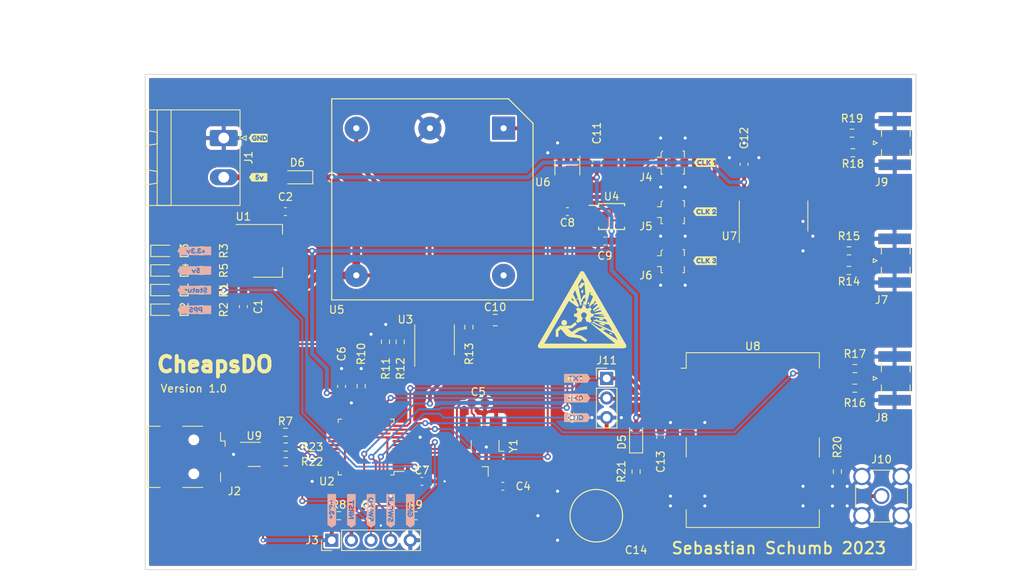
<source format=kicad_pcb>
(kicad_pcb (version 20221018) (generator pcbnew)

  (general
    (thickness 1.6)
  )

  (paper "A4")
  (layers
    (0 "F.Cu" signal)
    (31 "B.Cu" signal)
    (32 "B.Adhes" user "B.Adhesive")
    (33 "F.Adhes" user "F.Adhesive")
    (34 "B.Paste" user)
    (35 "F.Paste" user)
    (36 "B.SilkS" user "B.Silkscreen")
    (37 "F.SilkS" user "F.Silkscreen")
    (38 "B.Mask" user)
    (39 "F.Mask" user)
    (40 "Dwgs.User" user "User.Drawings")
    (41 "Cmts.User" user "User.Comments")
    (42 "Eco1.User" user "User.Eco1")
    (43 "Eco2.User" user "User.Eco2")
    (44 "Edge.Cuts" user)
    (45 "Margin" user)
    (46 "B.CrtYd" user "B.Courtyard")
    (47 "F.CrtYd" user "F.Courtyard")
    (48 "B.Fab" user)
    (49 "F.Fab" user)
    (50 "User.1" user)
    (51 "User.2" user)
    (52 "User.3" user)
    (53 "User.4" user)
    (54 "User.5" user)
    (55 "User.6" user)
    (56 "User.7" user)
    (57 "User.8" user)
    (58 "User.9" user)
  )

  (setup
    (pad_to_mask_clearance 0)
    (pcbplotparams
      (layerselection 0x00010fc_ffffffff)
      (plot_on_all_layers_selection 0x0000000_00000000)
      (disableapertmacros false)
      (usegerberextensions false)
      (usegerberattributes true)
      (usegerberadvancedattributes true)
      (creategerberjobfile true)
      (dashed_line_dash_ratio 12.000000)
      (dashed_line_gap_ratio 3.000000)
      (svgprecision 4)
      (plotframeref false)
      (viasonmask false)
      (mode 1)
      (useauxorigin false)
      (hpglpennumber 1)
      (hpglpenspeed 20)
      (hpglpendiameter 15.000000)
      (dxfpolygonmode true)
      (dxfimperialunits true)
      (dxfusepcbnewfont true)
      (psnegative false)
      (psa4output false)
      (plotreference true)
      (plotvalue true)
      (plotinvisibletext false)
      (sketchpadsonfab false)
      (subtractmaskfromsilk false)
      (outputformat 1)
      (mirror false)
      (drillshape 1)
      (scaleselection 1)
      (outputdirectory "")
    )
  )

  (net 0 "")
  (net 1 "+5V")
  (net 2 "GND")
  (net 3 "+3.3V")
  (net 4 "NRST")
  (net 5 "Net-(U2-PD0)")
  (net 6 "Net-(U2-PD1)")
  (net 7 "Net-(U3B-+)")
  (net 8 "Net-(U4-XA)")
  (net 9 "Net-(U8-V_BCKP)")
  (net 10 "Net-(D1-A)")
  (net 11 "unconnected-(J2-VBUS-Pad1)")
  (net 12 "Net-(J2-D-)")
  (net 13 "Net-(J2-D+)")
  (net 14 "unconnected-(J2-ID-Pad4)")
  (net 15 "SWDIO")
  (net 16 "SWCLK")
  (net 17 "Net-(J4-In)")
  (net 18 "Net-(J5-In)")
  (net 19 "Net-(J6-In)")
  (net 20 "Net-(J7-In)")
  (net 21 "Net-(J8-In)")
  (net 22 "Net-(J9-In)")
  (net 23 "Net-(J10-In)")
  (net 24 "GPS-TXD")
  (net 25 "GPS-RXD")
  (net 26 "USB-D+")
  (net 27 "USB-D-")
  (net 28 "/BOOT1")
  (net 29 "STATUS_LED")
  (net 30 "/BOOT0")
  (net 31 "Net-(U3A--)")
  (net 32 "Net-(R14-Pad2)")
  (net 33 "Net-(R15-Pad2)")
  (net 34 "Net-(R16-Pad2)")
  (net 35 "Net-(U8-V_ANT)")
  (net 36 "Net-(U8-VCC_RF)")
  (net 37 "unconnected-(U2-VBAT-Pad1)")
  (net 38 "unconnected-(U2-PC14-Pad3)")
  (net 39 "unconnected-(U2-PC15-Pad4)")
  (net 40 "10MHz")
  (net 41 "PPS")
  (net 42 "unconnected-(U2-PA4-Pad14)")
  (net 43 "unconnected-(U2-PA5-Pad15)")
  (net 44 "unconnected-(U2-PA7-Pad17)")
  (net 45 "unconnected-(U2-PB0-Pad18)")
  (net 46 "unconnected-(U2-PB1-Pad19)")
  (net 47 "unconnected-(U2-PB10-Pad21)")
  (net 48 "unconnected-(U2-PB11-Pad22)")
  (net 49 "unconnected-(U2-PB12-Pad25)")
  (net 50 "unconnected-(U2-PB13-Pad26)")
  (net 51 "unconnected-(U2-PB14-Pad27)")
  (net 52 "unconnected-(U2-PB15-Pad28)")
  (net 53 "unconnected-(U2-PA8-Pad29)")
  (net 54 "unconnected-(U2-PA9-Pad30)")
  (net 55 "unconnected-(U2-PA10-Pad31)")
  (net 56 "unconnected-(U2-PA15-Pad38)")
  (net 57 "unconnected-(U2-PB3-Pad39)")
  (net 58 "unconnected-(U2-PB4-Pad40)")
  (net 59 "unconnected-(U2-PB5-Pad41)")
  (net 60 "Net-(D3-A)")
  (net 61 "unconnected-(U2-PB7-Pad43)")
  (net 62 "FEC-PWM")
  (net 63 "Net-(U3B--)")
  (net 64 "unconnected-(U4-XB-Pad3)")
  (net 65 "SCL")
  (net 66 "SDA")
  (net 67 "Net-(U5-Out)")
  (net 68 "unconnected-(U5-VRef-Pad4)")
  (net 69 "unconnected-(U8-SDA2-Pad1)")
  (net 70 "unconnected-(U8-SCL2-Pad2)")
  (net 71 "unconnected-(U8-NC-Pad5)")
  (net 72 "unconnected-(U8-VCC_OUT-Pad8)")
  (net 73 "unconnected-(U8-NC-Pad9)")
  (net 74 "unconnected-(U8-RESET-Pad10)")
  (net 75 "unconnected-(U8-Reserved-Pad12)")
  (net 76 "unconnected-(U8-AADET_N-Pad20)")
  (net 77 "unconnected-(U8-Reserved-Pad21)")
  (net 78 "unconnected-(U8-Reserved-Pad22)")
  (net 79 "unconnected-(U8-Reserved-Pad23)")
  (net 80 "unconnected-(U8-VDDUSB-Pad24)")
  (net 81 "unconnected-(U8-USB_DM-Pad25)")
  (net 82 "unconnected-(U8-USB_DP-Pad26)")
  (net 83 "unconnected-(U8-EXTINT0-Pad27)")
  (net 84 "unconnected-(U6-NC-Pad1)")
  (net 85 "Net-(D4-A)")
  (net 86 "Net-(D2-A)")
  (net 87 "Net-(D5-K)")
  (net 88 "Net-(R12-Pad1)")
  (net 89 "Net-(R17-Pad2)")
  (net 90 "Net-(R18-Pad2)")
  (net 91 "Net-(R19-Pad2)")
  (net 92 "Net-(R22-Pad1)")
  (net 93 "Net-(R23-Pad2)")
  (net 94 "Net-(D6-A)")

  (footprint "Capacitor_SMD:C_0603_1608Metric_Pad1.08x0.95mm_HandSolder" (layer "F.Cu") (at 173.2575 129.54))

  (footprint "Resistor_SMD:R_0603_1608Metric_Pad0.98x0.95mm_HandSolder" (layer "F.Cu") (at 158.075 110.8475 90))

  (footprint "Connector_Coaxial:SMA_Amphenol_901-144_Vertical" (layer "F.Cu") (at 222.25 130.81))

  (footprint "Capacitor_SMD:C_0603_1608Metric_Pad1.08x0.95mm_HandSolder" (layer "F.Cu") (at 139.7 106.2725 -90))

  (footprint "Resistor_SMD:R_0603_1608Metric_Pad0.98x0.95mm_HandSolder" (layer "F.Cu") (at 145.1375 122.555))

  (footprint "Package_TO_SOT_SMD:SOT-23-5_HandSoldering" (layer "F.Cu") (at 181.61 88.345 -90))

  (footprint "Resistor_SMD:R_0603_1608Metric_Pad0.98x0.95mm_HandSolder" (layer "F.Cu") (at 218.5435 86.36 180))

  (footprint "kibuzzard-657B4005" (layer "F.Cu") (at 199.39 93.98))

  (footprint "Capacitor_SMD:C_0603_1608Metric_Pad1.08x0.95mm_HandSolder" (layer "F.Cu") (at 155.9295 133.35))

  (footprint "Capacitor_SMD:C_0603_1608Metric_Pad1.08x0.95mm_HandSolder" (layer "F.Cu") (at 185.42 87.4025 -90))

  (footprint "Connector_Coaxial:U.FL_Molex_MCRF_73412-0110_Vertical" (layer "F.Cu") (at 195.24 87.63 -90))

  (footprint "Connector_USB:USB_Mini-B_Wuerth_65100516121_Horizontal" (layer "F.Cu") (at 133.29 125.73 -90))

  (footprint "Resistor_SMD:R_0603_1608Metric_Pad0.98x0.95mm_HandSolder" (layer "F.Cu") (at 152.0425 133.35))

  (footprint "kibuzzard-657B3F8B" (layer "F.Cu") (at 141.605 84.455))

  (footprint "LED_SMD:LED_0603_1608Metric_Pad1.05x0.95mm_HandSolder" (layer "F.Cu") (at 129.3745 104.14))

  (footprint "Resistor_SMD:R_0603_1608Metric_Pad0.98x0.95mm_HandSolder" (layer "F.Cu") (at 159.98 110.8475 -90))

  (footprint "Resistor_SMD:R_0603_1608Metric_Pad0.98x0.95mm_HandSolder" (layer "F.Cu") (at 218.0355 101.6 180))

  (footprint "Connector_Coaxial:SMA_Samtec_SMA-J-P-X-ST-EM1_EdgeMount" (layer "F.Cu") (at 223.9375 100.33 90))

  (footprint "Resistor_SMD:R_0603_1608Metric_Pad0.98x0.95mm_HandSolder" (layer "F.Cu") (at 161.925 133.35))

  (footprint "Capacitor_SMD:C_0603_1608Metric_Pad1.08x0.95mm_HandSolder" (layer "F.Cu") (at 145.1375 93.98 180))

  (footprint "Resistor_SMD:R_0603_1608Metric_Pad0.98x0.95mm_HandSolder" (layer "F.Cu") (at 134.2625 99.06 180))

  (footprint "kibuzzard-657E12EE" (layer "F.Cu") (at 182.88 118.11))

  (footprint "Capacitor_SMD:C_0603_1608Metric_Pad1.08x0.95mm_HandSolder" (layer "F.Cu") (at 204.47 87.8575 90))

  (footprint "Resistor_SMD:R_0603_1608Metric_Pad0.98x0.95mm_HandSolder" (layer "F.Cu") (at 218.7975 116.84 180))

  (footprint "Connector_Phoenix_MSTB:PhoenixContact_MSTBA_2,5_2-G-5,08_1x02_P5.08mm_Horizontal" (layer "F.Cu") (at 137.16 84.455 -90))

  (footprint "Diode_SMD:D_SOD-323_HandSoldering" (layer "F.Cu") (at 146.665 89.535 180))

  (footprint "Connector_PinHeader_2.54mm:PinHeader_1x03_P2.54mm_Vertical" (layer "F.Cu") (at 186.69 115.57))

  (footprint "Resistor_SMD:R_0603_1608Metric_Pad0.98x0.95mm_HandSolder" (layer "F.Cu") (at 134.2625 106.68 180))

  (footprint "Package_TO_SOT_SMD:SOT-23-6" (layer "F.Cu") (at 141.1025 125.41))

  (footprint "Resistor_SMD:R_0603_1608Metric_Pad0.98x0.95mm_HandSolder" (layer "F.Cu") (at 218.44 83.82 180))

  (footprint "Connector_PinHeader_2.54mm:PinHeader_1x05_P2.54mm_Vertical" (layer "F.Cu") (at 151.13 136.525 90))

  (footprint "Crystal:Crystal_SMD_EuroQuartz_MJ-4Pin_5.0x3.2mm_HandSoldering" (layer "F.Cu") (at 170.97 124.305 90))

  (footprint "Diode_SMD:D_SOD-323_HandSoldering" (layer "F.Cu") (at 190.5 123.21 90))

  (footprint "DMS3R3224RF:DMS3R3224RF" (layer "F.Cu") (at 185.35 133.35 -90))

  (footprint "Capacitor_SMD:C_0603_1608Metric_Pad1.08x0.95mm_HandSolder" (layer "F.Cu") (at 181.61 93.98 180))

  (footprint "Capacitor_SMD:C_0603_1608Metric_Pad1.08x0.95mm_HandSolder" (layer "F.Cu") (at 193.675 123.19 -90))

  (footprint "Resistor_SMD:R_0603_1608Metric_Pad0.98x0.95mm_HandSolder" (layer "F.Cu") (at 134.2625 104.14 180))

  (footprint "Package_SO:SO-14_3.9x8.65mm_P1.27mm" (layer "F.Cu") (at 208.28 94.55 90))

  (footprint "Resistor_SMD:R_0603_1608Metric_Pad0.98x0.95mm_HandSolder" (layer "F.Cu") (at 168.87 108.9425 -90))

  (footprint "Resistor_SMD:R_0603_1608Metric_Pad0.98x0.95mm_HandSolder" (layer "F.Cu") (at 145.19 126.365))

  (footprint "Connector_Coaxial:SMA_Samtec_SMA-J-P-X-ST-EM1_EdgeMount" (layer "F.Cu") (at 223.9375 115.57 90))

  (footprint "LED_SMD:LED_0603_1608Metric_Pad1.05x0.95mm_HandSolder" (layer "F.Cu") (at 129.3875 99.06))

  (footprint "Package_TO_SOT_SMD:SOT-223-3_TabPin2" (layer "F.Cu") (at 142.85 99.06))

  (footprint "LED_SMD:LED_0603_1608Metric_Pad1.05x0.95mm_HandSolder" (layer "F.Cu") (at 129.3875 101.6))

  (footprint "kibuzzard-657E12F7" (layer "F.Cu") (at 182.88 115.57))

  (footprint "kibuzzard-657B3F6D" (layer "F.Cu")
    (tstamp a3603f68-af94-44b5-8ce6-52ffd05d5c56)
    (at 141.605 89.535)
    (descr "Generated with KiBuzzard")
    (tags "kb_params=eyJBbGlnbm1lbnRDaG9pY2UiOiAiQ2VudGVyIiwgIkNhcExlZnRDaG9pY2UiOiAiPCIsICJDYXBSaWdodENob2ljZSI6ICJdIiwgIkZvbnRDb21ib0JveCI6ICJGcmVkb2thT25lIiwgIkhlaWdodEN0cmwiOiAiMC42IiwgIkxheWVyQ29tYm9Cb3giOiAiRi5TaWxrUyIsICJNdWx0aUxpbmVUZXh0IjogIjV2IiwgIlBhZGRpbmdCb3R0b21DdHJsIjogIjUiLCAiUGFkZGluZ0xlZnRDdHJsIjogIjEiLCAiUGFkZGluZ1JpZ2h0Q3RybCI6ICIxIiwgIlBhZGRpbmdUb3BDdHJsIjogIjUiLCAiV2lkdGhDdHJsIjogIjIifQ==")
    (attr board_only exclude_from_pos_files exclude_from_bom)
    (fp_text reference "kibuzzard-657B3F6D" (at 0 -3.603149) (layer "F.SilkS") hide
        (effects (font (size 0 0) (thickness 0.15)))
      (tstamp b4b975f6-9bb0-4be2-aa4c-39688263f0ca)
    )
    (fp_text value "G***" (at 0 3.603149) (layer "F.SilkS") hide
        (effects (font (size 0 0) (thickness 0.15)))
      (tstamp 22feddd7-8a1a-4759-9f28-6379f753c325)
    )
    (fp_poly
      (pts
        (xy -0.774892 -0.555149)
        (xy -0.814579 -0.555149)
        (xy -1.184678 0)
        (xy -0.814579 0.555149)
        (xy -0.774892 0.555149)
        (xy -0.129275 0.555149)
        (xy -0.129275 0.356711)
        (xy -0.186425 0.351737)
        (xy -0.239765 0.336815)
        (xy -0.289295 0.311944)
        (xy -0.313108 0.293846)
        (xy -0.320728 0.287179)
        (xy -0.356923 0.230029)
        (xy -0.32168 0.168116)
        (xy -0.266435 0.136684)
        (xy -0.202618 0.167164)
        (xy -0.143087 0.187166)
        (xy -0.080222 0.169069)
        (xy -0.059743 0.119063)
        (xy -0.082127 0.06858)
        (xy -0.133085 0.050006)
        (xy -0.178805 0.067151)
        (xy -0.230717 0.089059)
        (xy -0.290724 0.070961)
        (xy -0.335015 0.04191)
        (xy -0
... [1308562 chars truncated]
</source>
